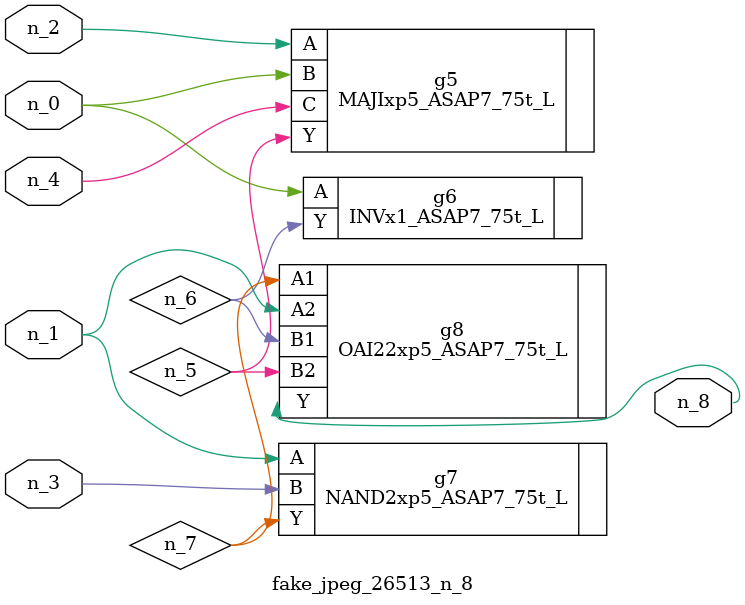
<source format=v>
module fake_jpeg_26513_n_8 (n_3, n_2, n_1, n_0, n_4, n_8);

input n_3;
input n_2;
input n_1;
input n_0;
input n_4;

output n_8;

wire n_6;
wire n_5;
wire n_7;

MAJIxp5_ASAP7_75t_L g5 ( 
.A(n_2),
.B(n_0),
.C(n_4),
.Y(n_5)
);

INVx1_ASAP7_75t_L g6 ( 
.A(n_0),
.Y(n_6)
);

NAND2xp5_ASAP7_75t_L g7 ( 
.A(n_1),
.B(n_3),
.Y(n_7)
);

OAI22xp5_ASAP7_75t_L g8 ( 
.A1(n_7),
.A2(n_1),
.B1(n_6),
.B2(n_5),
.Y(n_8)
);


endmodule
</source>
